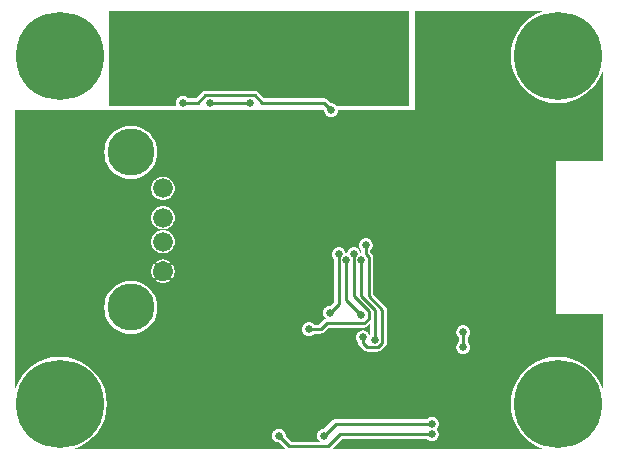
<source format=gbr>
G04 start of page 3 for group 1 idx 1 *
G04 Title: (unknown), bottom *
G04 Creator: pcb 20140316 *
G04 CreationDate: Sun 13 Sep 2020 05:48:37 PM GMT UTC *
G04 For: railfan *
G04 Format: Gerber/RS-274X *
G04 PCB-Dimensions (mil): 2000.00 1500.00 *
G04 PCB-Coordinate-Origin: lower left *
%MOIN*%
%FSLAX25Y25*%
%LNBOTTOM*%
%ADD39C,0.0360*%
%ADD38C,0.0910*%
%ADD37C,0.1285*%
%ADD36C,0.0120*%
%ADD35C,0.0260*%
%ADD34C,0.0660*%
%ADD33C,0.1570*%
%ADD32C,0.2937*%
%ADD31C,0.0100*%
%ADD30C,0.0001*%
G54D30*G36*
X133500Y148000D02*Y116500D01*
X109244D01*
X109131Y116631D01*
X108856Y116866D01*
X108547Y117056D01*
X108213Y117194D01*
X107861Y117279D01*
X107500Y117307D01*
X107328Y117294D01*
X106102Y118519D01*
X106064Y118564D01*
X105884Y118717D01*
X105683Y118841D01*
X105465Y118931D01*
X105235Y118986D01*
X105000Y119005D01*
X104941Y119000D01*
X85121D01*
X83102Y121019D01*
X83064Y121064D01*
X82884Y121217D01*
X82683Y121341D01*
X82465Y121431D01*
X82235Y121486D01*
X82235Y121486D01*
X82000Y121505D01*
X81941Y121500D01*
X65559D01*
X65500Y121505D01*
X65265Y121486D01*
X65035Y121431D01*
X64817Y121341D01*
X64616Y121217D01*
X64615Y121217D01*
X64436Y121064D01*
X64398Y121019D01*
X62379Y119000D01*
X59744D01*
X59631Y119131D01*
X59356Y119366D01*
X59047Y119556D01*
X58713Y119694D01*
X58361Y119779D01*
X58000Y119807D01*
X57639Y119779D01*
X57287Y119694D01*
X56953Y119556D01*
X56644Y119366D01*
X56369Y119131D01*
X56134Y118856D01*
X55944Y118547D01*
X55806Y118213D01*
X55721Y117861D01*
X55693Y117500D01*
X55721Y117139D01*
X55806Y116787D01*
X55925Y116500D01*
X33500D01*
Y148000D01*
X133500D01*
G37*
G36*
X135500D02*X178295D01*
X178138Y147962D01*
X175858Y147018D01*
X173753Y145728D01*
X171876Y144124D01*
X170272Y142247D01*
X168982Y140142D01*
X168038Y137862D01*
X167461Y135461D01*
X167268Y133000D01*
X167461Y130539D01*
X168038Y128138D01*
X168982Y125858D01*
X170272Y123753D01*
X171876Y121876D01*
X173753Y120272D01*
X175858Y118982D01*
X178138Y118038D01*
X180539Y117461D01*
X183000Y117268D01*
X185461Y117461D01*
X187862Y118038D01*
X190142Y118982D01*
X192247Y120272D01*
X194124Y121876D01*
X195728Y123753D01*
X197018Y125858D01*
X197962Y128138D01*
X198000Y128295D01*
Y109500D01*
X135500D01*
Y148000D01*
G37*
G36*
X151496Y115000D02*X198000D01*
Y98000D01*
X182500D01*
Y47000D01*
X198000D01*
Y21705D01*
X197962Y21862D01*
X197018Y24142D01*
X195728Y26247D01*
X194124Y28124D01*
X192247Y29728D01*
X190142Y31018D01*
X187862Y31962D01*
X185461Y32539D01*
X183000Y32732D01*
X180539Y32539D01*
X178138Y31962D01*
X175858Y31018D01*
X173753Y29728D01*
X171876Y28124D01*
X170272Y26247D01*
X168982Y24142D01*
X168038Y21862D01*
X167461Y19461D01*
X167268Y17000D01*
X167461Y14539D01*
X168038Y12138D01*
X168982Y9858D01*
X170272Y7753D01*
X171876Y5876D01*
X173753Y4272D01*
X175858Y2982D01*
X178138Y2038D01*
X178295Y2000D01*
X151496D01*
Y33693D01*
X151500Y33693D01*
X151861Y33721D01*
X152213Y33806D01*
X152547Y33944D01*
X152856Y34134D01*
X153131Y34369D01*
X153366Y34644D01*
X153556Y34953D01*
X153694Y35287D01*
X153779Y35639D01*
X153800Y36000D01*
X153779Y36361D01*
X153694Y36713D01*
X153556Y37047D01*
X153366Y37356D01*
X153131Y37631D01*
X153000Y37744D01*
Y39256D01*
X153131Y39369D01*
X153366Y39644D01*
X153556Y39953D01*
X153694Y40287D01*
X153779Y40639D01*
X153800Y41000D01*
X153779Y41361D01*
X153694Y41713D01*
X153556Y42047D01*
X153366Y42356D01*
X153131Y42631D01*
X152856Y42866D01*
X152547Y43056D01*
X152213Y43194D01*
X151861Y43279D01*
X151500Y43307D01*
X151496Y43307D01*
Y115000D01*
G37*
G36*
X139256Y12000D02*X111849D01*
Y42500D01*
X118441D01*
X118500Y42495D01*
X118735Y42514D01*
X118735Y42514D01*
X118965Y42569D01*
X119183Y42659D01*
X119384Y42783D01*
X119564Y42936D01*
X119602Y42981D01*
X120500Y43879D01*
Y40244D01*
X120369Y40131D01*
X120201Y39935D01*
X120194Y39963D01*
X120056Y40297D01*
X119866Y40606D01*
X119631Y40881D01*
X119356Y41116D01*
X119047Y41306D01*
X118713Y41444D01*
X118361Y41529D01*
X118000Y41557D01*
X117639Y41529D01*
X117287Y41444D01*
X116953Y41306D01*
X116644Y41116D01*
X116369Y40881D01*
X116134Y40606D01*
X115944Y40297D01*
X115806Y39963D01*
X115721Y39611D01*
X115693Y39250D01*
X115721Y38889D01*
X115806Y38537D01*
X115944Y38203D01*
X116134Y37894D01*
X116369Y37619D01*
X116496Y37510D01*
X116495Y37500D01*
X116514Y37265D01*
X116569Y37035D01*
X116659Y36817D01*
X116783Y36616D01*
X116936Y36436D01*
X116981Y36398D01*
X118398Y34981D01*
X118436Y34936D01*
X118616Y34783D01*
X118817Y34659D01*
X119035Y34569D01*
X119265Y34514D01*
X119500Y34495D01*
X119559Y34500D01*
X122941D01*
X123000Y34495D01*
X123235Y34514D01*
X123235Y34514D01*
X123465Y34569D01*
X123683Y34659D01*
X123884Y34783D01*
X124064Y34936D01*
X124102Y34981D01*
X125519Y36398D01*
X125564Y36436D01*
X125717Y36615D01*
X125717Y36616D01*
X125841Y36817D01*
X125931Y37035D01*
X125986Y37265D01*
X126005Y37500D01*
X126000Y37559D01*
Y48441D01*
X126005Y48500D01*
X125986Y48735D01*
X125986Y48735D01*
X125931Y48965D01*
X125841Y49183D01*
X125717Y49384D01*
X125564Y49564D01*
X125519Y49602D01*
X121500Y53621D01*
Y65941D01*
X121505Y66000D01*
X121486Y66235D01*
X121431Y66465D01*
X121341Y66683D01*
X121217Y66884D01*
X121064Y67064D01*
X121019Y67102D01*
X120500Y67621D01*
Y68256D01*
X120631Y68369D01*
X120866Y68644D01*
X121056Y68953D01*
X121194Y69287D01*
X121279Y69639D01*
X121300Y70000D01*
X121279Y70361D01*
X121194Y70713D01*
X121056Y71047D01*
X120866Y71356D01*
X120631Y71631D01*
X120356Y71866D01*
X120047Y72056D01*
X119713Y72194D01*
X119361Y72279D01*
X119000Y72307D01*
X118639Y72279D01*
X118287Y72194D01*
X117953Y72056D01*
X117644Y71866D01*
X117369Y71631D01*
X117134Y71356D01*
X116944Y71047D01*
X116806Y70713D01*
X116721Y70361D01*
X116693Y70000D01*
X116721Y69639D01*
X116806Y69287D01*
X116944Y68953D01*
X117134Y68644D01*
X117369Y68369D01*
X117500Y68256D01*
Y67307D01*
X117283Y67290D01*
X117279Y67361D01*
X117194Y67713D01*
X117056Y68047D01*
X116866Y68356D01*
X116631Y68631D01*
X116356Y68866D01*
X116047Y69056D01*
X115713Y69194D01*
X115361Y69279D01*
X115000Y69307D01*
X114639Y69279D01*
X114287Y69194D01*
X113953Y69056D01*
X113644Y68866D01*
X113369Y68631D01*
X113134Y68356D01*
X112944Y68047D01*
X112806Y67713D01*
X112721Y67361D01*
X112716Y67290D01*
X112500Y67307D01*
X112283Y67290D01*
X112279Y67361D01*
X112194Y67713D01*
X112056Y68047D01*
X111866Y68356D01*
X111849Y68377D01*
Y115000D01*
X151496D01*
Y43307D01*
X151139Y43279D01*
X150787Y43194D01*
X150453Y43056D01*
X150144Y42866D01*
X149869Y42631D01*
X149634Y42356D01*
X149444Y42047D01*
X149306Y41713D01*
X149221Y41361D01*
X149193Y41000D01*
X149221Y40639D01*
X149306Y40287D01*
X149444Y39953D01*
X149634Y39644D01*
X149869Y39369D01*
X150000Y39256D01*
Y37744D01*
X149869Y37631D01*
X149634Y37356D01*
X149444Y37047D01*
X149306Y36713D01*
X149221Y36361D01*
X149193Y36000D01*
X149221Y35639D01*
X149306Y35287D01*
X149444Y34953D01*
X149634Y34644D01*
X149869Y34369D01*
X150144Y34134D01*
X150453Y33944D01*
X150787Y33806D01*
X151139Y33721D01*
X151496Y33693D01*
Y2000D01*
X111849D01*
Y5500D01*
X139256D01*
X139369Y5369D01*
X139644Y5134D01*
X139953Y4944D01*
X140287Y4806D01*
X140639Y4721D01*
X141000Y4693D01*
X141361Y4721D01*
X141713Y4806D01*
X142047Y4944D01*
X142356Y5134D01*
X142631Y5369D01*
X142866Y5644D01*
X143056Y5953D01*
X143194Y6287D01*
X143279Y6639D01*
X143300Y7000D01*
X143279Y7361D01*
X143194Y7713D01*
X143056Y8047D01*
X142866Y8356D01*
X142631Y8631D01*
X142492Y8750D01*
X142631Y8869D01*
X142866Y9144D01*
X143056Y9453D01*
X143194Y9787D01*
X143279Y10139D01*
X143300Y10500D01*
X143279Y10861D01*
X143194Y11213D01*
X143056Y11547D01*
X142866Y11856D01*
X142631Y12131D01*
X142356Y12366D01*
X142047Y12556D01*
X141713Y12694D01*
X141361Y12779D01*
X141000Y12807D01*
X140639Y12779D01*
X140287Y12694D01*
X139953Y12556D01*
X139644Y12366D01*
X139369Y12131D01*
X139256Y12000D01*
G37*
G36*
X111849Y2000D02*X107621D01*
X111121Y5500D01*
X111849D01*
Y2000D01*
G37*
G36*
X54666Y61749D02*X54687Y61591D01*
X54700Y61300D01*
X54687Y61009D01*
X54666Y60851D01*
Y61749D01*
G37*
G36*
X111849Y12000D02*X109059D01*
X109000Y12005D01*
X108765Y11986D01*
X108535Y11931D01*
X108317Y11841D01*
X108116Y11717D01*
X108115Y11717D01*
X107936Y11564D01*
X107898Y11519D01*
X105172Y8794D01*
X105000Y8807D01*
X104639Y8779D01*
X104287Y8694D01*
X103953Y8556D01*
X103644Y8366D01*
X103369Y8131D01*
X103134Y7856D01*
X102944Y7547D01*
X102806Y7213D01*
X102721Y6861D01*
X102693Y6500D01*
X102721Y6139D01*
X102806Y5787D01*
X102944Y5453D01*
X103134Y5144D01*
X103369Y4869D01*
X103644Y4634D01*
X103862Y4500D01*
X94121D01*
X92290Y6331D01*
X92300Y6500D01*
X92279Y6861D01*
X92194Y7213D01*
X92056Y7547D01*
X91866Y7856D01*
X91631Y8131D01*
X91356Y8366D01*
X91047Y8556D01*
X90713Y8694D01*
X90361Y8779D01*
X90000Y8807D01*
X89639Y8779D01*
X89287Y8694D01*
X88953Y8556D01*
X88644Y8366D01*
X88369Y8131D01*
X88134Y7856D01*
X87944Y7547D01*
X87806Y7213D01*
X87721Y6861D01*
X87693Y6500D01*
X87721Y6139D01*
X87806Y5787D01*
X87944Y5453D01*
X88134Y5144D01*
X88369Y4869D01*
X88644Y4634D01*
X88953Y4444D01*
X89287Y4306D01*
X89639Y4221D01*
X90000Y4193D01*
X90172Y4206D01*
X92379Y2000D01*
X54666D01*
Y59172D01*
X54768Y59325D01*
X54929Y59630D01*
X55062Y59948D01*
X55167Y60277D01*
X55243Y60613D01*
X55289Y60955D01*
X55304Y61300D01*
X55289Y61645D01*
X55243Y61987D01*
X55167Y62323D01*
X55062Y62652D01*
X54929Y62970D01*
X54768Y63275D01*
X54666Y63431D01*
Y68966D01*
X54886Y69324D01*
X55121Y69891D01*
X55264Y70488D01*
X55300Y71100D01*
X55264Y71712D01*
X55121Y72309D01*
X54886Y72876D01*
X54666Y73234D01*
Y76966D01*
X54886Y77324D01*
X55121Y77891D01*
X55264Y78488D01*
X55300Y79100D01*
X55264Y79712D01*
X55121Y80309D01*
X54886Y80876D01*
X54666Y81234D01*
Y86766D01*
X54886Y87124D01*
X55121Y87691D01*
X55264Y88288D01*
X55300Y88900D01*
X55264Y89512D01*
X55121Y90109D01*
X54886Y90676D01*
X54666Y91034D01*
Y115000D01*
X105193D01*
X105221Y114639D01*
X105306Y114287D01*
X105444Y113953D01*
X105634Y113644D01*
X105869Y113369D01*
X106144Y113134D01*
X106453Y112944D01*
X106787Y112806D01*
X107139Y112721D01*
X107500Y112693D01*
X107861Y112721D01*
X108213Y112806D01*
X108547Y112944D01*
X108856Y113134D01*
X109131Y113369D01*
X109366Y113644D01*
X109556Y113953D01*
X109694Y114287D01*
X109779Y114639D01*
X109800Y115000D01*
X111849D01*
Y68377D01*
X111631Y68631D01*
X111356Y68866D01*
X111047Y69056D01*
X110713Y69194D01*
X110361Y69279D01*
X110000Y69307D01*
X109639Y69279D01*
X109287Y69194D01*
X108953Y69056D01*
X108644Y68866D01*
X108369Y68631D01*
X108134Y68356D01*
X107944Y68047D01*
X107806Y67713D01*
X107721Y67361D01*
X107693Y67000D01*
X107721Y66639D01*
X107806Y66287D01*
X107944Y65953D01*
X108134Y65644D01*
X108369Y65369D01*
X108500Y65256D01*
Y51121D01*
X107172Y49794D01*
X107000Y49807D01*
X106639Y49779D01*
X106287Y49694D01*
X105953Y49556D01*
X105644Y49366D01*
X105369Y49131D01*
X105134Y48856D01*
X104944Y48547D01*
X104806Y48213D01*
X104721Y47861D01*
X104693Y47500D01*
X104721Y47139D01*
X104806Y46787D01*
X104944Y46453D01*
X105134Y46144D01*
X105369Y45869D01*
X105644Y45634D01*
X105871Y45494D01*
X105765Y45486D01*
X105535Y45431D01*
X105317Y45341D01*
X105116Y45217D01*
X105115Y45217D01*
X104936Y45064D01*
X104898Y45019D01*
X103379Y43500D01*
X101744D01*
X101631Y43631D01*
X101356Y43866D01*
X101047Y44056D01*
X100713Y44194D01*
X100361Y44279D01*
X100000Y44307D01*
X99639Y44279D01*
X99287Y44194D01*
X98953Y44056D01*
X98644Y43866D01*
X98369Y43631D01*
X98134Y43356D01*
X97944Y43047D01*
X97806Y42713D01*
X97721Y42361D01*
X97693Y42000D01*
X97721Y41639D01*
X97806Y41287D01*
X97944Y40953D01*
X98134Y40644D01*
X98369Y40369D01*
X98644Y40134D01*
X98953Y39944D01*
X99287Y39806D01*
X99639Y39721D01*
X100000Y39693D01*
X100361Y39721D01*
X100713Y39806D01*
X101047Y39944D01*
X101356Y40134D01*
X101631Y40369D01*
X101744Y40500D01*
X103941D01*
X104000Y40495D01*
X104235Y40514D01*
X104235Y40514D01*
X104465Y40569D01*
X104683Y40659D01*
X104884Y40783D01*
X105064Y40936D01*
X105102Y40981D01*
X106621Y42500D01*
X111849D01*
Y12000D01*
G37*
G36*
X54666Y91034D02*X54565Y91199D01*
X54166Y91666D01*
X53699Y92065D01*
X53176Y92386D01*
X52609Y92621D01*
X52012Y92764D01*
X51400Y92812D01*
X51394Y92812D01*
Y115000D01*
X54666D01*
Y91034D01*
G37*
G36*
Y81234D02*X54565Y81399D01*
X54166Y81866D01*
X53699Y82265D01*
X53176Y82586D01*
X52609Y82821D01*
X52012Y82964D01*
X51400Y83012D01*
X51394Y83012D01*
Y84988D01*
X51400Y84988D01*
X52012Y85036D01*
X52609Y85179D01*
X53176Y85414D01*
X53699Y85735D01*
X54166Y86134D01*
X54565Y86601D01*
X54666Y86766D01*
Y81234D01*
G37*
G36*
Y73234D02*X54565Y73399D01*
X54166Y73866D01*
X53699Y74265D01*
X53176Y74586D01*
X52609Y74821D01*
X52012Y74964D01*
X51400Y75012D01*
X51394Y75012D01*
Y75188D01*
X51400Y75188D01*
X52012Y75236D01*
X52609Y75379D01*
X53176Y75614D01*
X53699Y75935D01*
X54166Y76334D01*
X54565Y76801D01*
X54666Y76966D01*
Y73234D01*
G37*
G36*
Y2000D02*X51394D01*
Y57396D01*
X51400Y57396D01*
X51745Y57411D01*
X52087Y57457D01*
X52423Y57533D01*
X52752Y57638D01*
X53070Y57771D01*
X53375Y57932D01*
X53664Y58120D01*
X53701Y58150D01*
X53732Y58186D01*
X53758Y58227D01*
X53776Y58271D01*
X53788Y58317D01*
X53792Y58364D01*
X53789Y58412D01*
X53778Y58459D01*
X53760Y58503D01*
X53736Y58544D01*
X53705Y58580D01*
X53669Y58612D01*
X53629Y58637D01*
X53585Y58656D01*
X53538Y58667D01*
X53491Y58672D01*
X53443Y58668D01*
X53397Y58658D01*
X53353Y58640D01*
X53312Y58614D01*
X53069Y58453D01*
X52811Y58317D01*
X52543Y58204D01*
X52265Y58115D01*
X51980Y58051D01*
X51691Y58013D01*
X51400Y58000D01*
X51394Y58000D01*
Y64600D01*
X51400Y64600D01*
X51691Y64587D01*
X51980Y64549D01*
X52265Y64485D01*
X52543Y64396D01*
X52811Y64283D01*
X53069Y64147D01*
X53314Y63988D01*
X53354Y63963D01*
X53398Y63946D01*
X53444Y63935D01*
X53491Y63932D01*
X53538Y63936D01*
X53584Y63947D01*
X53627Y63966D01*
X53667Y63991D01*
X53703Y64022D01*
X53733Y64058D01*
X53757Y64099D01*
X53775Y64142D01*
X53786Y64188D01*
X53789Y64236D01*
X53785Y64283D01*
X53773Y64328D01*
X53755Y64372D01*
X53730Y64412D01*
X53699Y64447D01*
X53662Y64477D01*
X53375Y64668D01*
X53070Y64829D01*
X52752Y64962D01*
X52423Y65067D01*
X52087Y65143D01*
X51745Y65189D01*
X51400Y65204D01*
X51394Y65204D01*
Y67188D01*
X51400Y67188D01*
X52012Y67236D01*
X52609Y67379D01*
X53176Y67614D01*
X53699Y67935D01*
X54166Y68334D01*
X54565Y68801D01*
X54666Y68966D01*
Y63431D01*
X54580Y63564D01*
X54550Y63601D01*
X54514Y63632D01*
X54473Y63658D01*
X54429Y63676D01*
X54383Y63688D01*
X54336Y63692D01*
X54288Y63689D01*
X54241Y63678D01*
X54197Y63660D01*
X54156Y63636D01*
X54120Y63605D01*
X54088Y63569D01*
X54063Y63529D01*
X54044Y63485D01*
X54033Y63438D01*
X54028Y63391D01*
X54032Y63343D01*
X54042Y63297D01*
X54060Y63253D01*
X54086Y63212D01*
X54247Y62969D01*
X54383Y62711D01*
X54496Y62443D01*
X54585Y62165D01*
X54649Y61880D01*
X54666Y61749D01*
Y60851D01*
X54649Y60720D01*
X54585Y60435D01*
X54496Y60157D01*
X54383Y59889D01*
X54247Y59631D01*
X54088Y59386D01*
X54063Y59346D01*
X54046Y59302D01*
X54035Y59256D01*
X54032Y59209D01*
X54036Y59162D01*
X54047Y59116D01*
X54066Y59073D01*
X54091Y59033D01*
X54122Y58997D01*
X54158Y58967D01*
X54199Y58943D01*
X54242Y58925D01*
X54288Y58914D01*
X54335Y58911D01*
X54383Y58915D01*
X54428Y58927D01*
X54472Y58945D01*
X54512Y58970D01*
X54547Y59001D01*
X54577Y59038D01*
X54666Y59172D01*
Y2000D01*
G37*
G36*
X48134Y76966D02*X48235Y76801D01*
X48634Y76334D01*
X49101Y75935D01*
X49624Y75614D01*
X50191Y75379D01*
X50788Y75236D01*
X51394Y75188D01*
Y75012D01*
X50788Y74964D01*
X50191Y74821D01*
X49624Y74586D01*
X49101Y74265D01*
X48634Y73866D01*
X48235Y73399D01*
X48134Y73234D01*
Y76966D01*
G37*
G36*
Y86766D02*X48235Y86601D01*
X48634Y86134D01*
X49101Y85735D01*
X49624Y85414D01*
X50191Y85179D01*
X50788Y85036D01*
X51394Y84988D01*
Y83012D01*
X50788Y82964D01*
X50191Y82821D01*
X49624Y82586D01*
X49101Y82265D01*
X48634Y81866D01*
X48235Y81399D01*
X48134Y81234D01*
Y86766D01*
G37*
G36*
Y96093D02*X48610Y96870D01*
X49143Y98157D01*
X49468Y99511D01*
X49550Y100900D01*
X49468Y102289D01*
X49143Y103643D01*
X48610Y104930D01*
X48134Y105707D01*
Y115000D01*
X51394D01*
Y92812D01*
X50788Y92764D01*
X50191Y92621D01*
X49624Y92386D01*
X49101Y92065D01*
X48634Y91666D01*
X48235Y91199D01*
X48134Y91034D01*
Y96093D01*
G37*
G36*
X51394Y2000D02*X48134D01*
Y44393D01*
X48610Y45170D01*
X49143Y46457D01*
X49468Y47811D01*
X49550Y49200D01*
X49468Y50589D01*
X49143Y51943D01*
X48610Y53230D01*
X48134Y54007D01*
Y59169D01*
X48220Y59036D01*
X48250Y58999D01*
X48286Y58968D01*
X48327Y58942D01*
X48371Y58924D01*
X48417Y58912D01*
X48464Y58908D01*
X48512Y58911D01*
X48559Y58922D01*
X48603Y58940D01*
X48644Y58964D01*
X48680Y58995D01*
X48712Y59031D01*
X48737Y59071D01*
X48756Y59115D01*
X48767Y59162D01*
X48772Y59209D01*
X48768Y59257D01*
X48758Y59303D01*
X48740Y59347D01*
X48714Y59388D01*
X48553Y59631D01*
X48417Y59889D01*
X48304Y60157D01*
X48215Y60435D01*
X48151Y60720D01*
X48134Y60851D01*
Y61749D01*
X48151Y61880D01*
X48215Y62165D01*
X48304Y62443D01*
X48417Y62711D01*
X48553Y62969D01*
X48712Y63214D01*
X48737Y63254D01*
X48754Y63298D01*
X48765Y63344D01*
X48768Y63391D01*
X48764Y63438D01*
X48753Y63484D01*
X48734Y63527D01*
X48709Y63567D01*
X48678Y63603D01*
X48642Y63633D01*
X48601Y63657D01*
X48558Y63675D01*
X48512Y63686D01*
X48464Y63689D01*
X48417Y63685D01*
X48372Y63673D01*
X48328Y63655D01*
X48288Y63630D01*
X48253Y63599D01*
X48223Y63562D01*
X48134Y63428D01*
Y68966D01*
X48235Y68801D01*
X48634Y68334D01*
X49101Y67935D01*
X49624Y67614D01*
X50191Y67379D01*
X50788Y67236D01*
X51394Y67188D01*
Y65204D01*
X51055Y65189D01*
X50713Y65143D01*
X50377Y65067D01*
X50048Y64962D01*
X49730Y64829D01*
X49425Y64668D01*
X49136Y64480D01*
X49099Y64450D01*
X49068Y64414D01*
X49042Y64373D01*
X49024Y64329D01*
X49012Y64283D01*
X49008Y64236D01*
X49011Y64188D01*
X49022Y64141D01*
X49040Y64097D01*
X49064Y64056D01*
X49095Y64020D01*
X49131Y63988D01*
X49171Y63963D01*
X49215Y63944D01*
X49262Y63933D01*
X49309Y63928D01*
X49357Y63932D01*
X49403Y63942D01*
X49447Y63960D01*
X49488Y63986D01*
X49731Y64147D01*
X49989Y64283D01*
X50257Y64396D01*
X50535Y64485D01*
X50820Y64549D01*
X51109Y64587D01*
X51394Y64600D01*
Y58000D01*
X51109Y58013D01*
X50820Y58051D01*
X50535Y58115D01*
X50257Y58204D01*
X49989Y58317D01*
X49731Y58453D01*
X49486Y58612D01*
X49446Y58637D01*
X49402Y58654D01*
X49356Y58665D01*
X49309Y58668D01*
X49262Y58664D01*
X49216Y58653D01*
X49173Y58634D01*
X49133Y58609D01*
X49097Y58578D01*
X49067Y58542D01*
X49043Y58501D01*
X49025Y58458D01*
X49014Y58412D01*
X49011Y58365D01*
X49015Y58317D01*
X49027Y58272D01*
X49045Y58228D01*
X49070Y58188D01*
X49101Y58153D01*
X49138Y58123D01*
X49425Y57932D01*
X49730Y57771D01*
X50048Y57638D01*
X50377Y57533D01*
X50713Y57457D01*
X51055Y57411D01*
X51394Y57396D01*
Y2000D01*
G37*
G36*
X48134Y60851D02*X48113Y61009D01*
X48100Y61300D01*
X48113Y61591D01*
X48134Y61749D01*
Y60851D01*
G37*
G36*
Y105707D02*X47882Y106118D01*
X46977Y107177D01*
X45918Y108082D01*
X44730Y108810D01*
X43443Y109343D01*
X42089Y109668D01*
X40700Y109777D01*
X40686Y109776D01*
Y115000D01*
X48134D01*
Y105707D01*
G37*
G36*
Y54007D02*X47882Y54418D01*
X46977Y55477D01*
X45918Y56382D01*
X44730Y57110D01*
X43443Y57643D01*
X42089Y57968D01*
X40700Y58077D01*
X40686Y58076D01*
Y92024D01*
X40700Y92023D01*
X42089Y92132D01*
X43443Y92457D01*
X44730Y92990D01*
X45918Y93718D01*
X46977Y94623D01*
X47882Y95682D01*
X48134Y96093D01*
Y91034D01*
X47914Y90676D01*
X47679Y90109D01*
X47536Y89512D01*
X47488Y88900D01*
X47536Y88288D01*
X47679Y87691D01*
X47914Y87124D01*
X48134Y86766D01*
Y81234D01*
X47914Y80876D01*
X47679Y80309D01*
X47536Y79712D01*
X47488Y79100D01*
X47536Y78488D01*
X47679Y77891D01*
X47914Y77324D01*
X48134Y76966D01*
Y73234D01*
X47914Y72876D01*
X47679Y72309D01*
X47536Y71712D01*
X47488Y71100D01*
X47536Y70488D01*
X47679Y69891D01*
X47914Y69324D01*
X48134Y68966D01*
Y63428D01*
X48032Y63275D01*
X47871Y62970D01*
X47738Y62652D01*
X47633Y62323D01*
X47557Y61987D01*
X47511Y61645D01*
X47496Y61300D01*
X47511Y60955D01*
X47557Y60613D01*
X47633Y60277D01*
X47738Y59948D01*
X47871Y59630D01*
X48032Y59325D01*
X48134Y59169D01*
Y54007D01*
G37*
G36*
Y2000D02*X40686D01*
Y40324D01*
X40700Y40323D01*
X42089Y40432D01*
X43443Y40757D01*
X44730Y41290D01*
X45918Y42018D01*
X46977Y42923D01*
X47882Y43982D01*
X48134Y44393D01*
Y2000D01*
G37*
G36*
X40686D02*X21705D01*
X21862Y2038D01*
X24142Y2982D01*
X26247Y4272D01*
X28124Y5876D01*
X29728Y7753D01*
X31018Y9858D01*
X31962Y12138D01*
X32539Y14539D01*
X32684Y17000D01*
X32539Y19461D01*
X31962Y21862D01*
X31018Y24142D01*
X29728Y26247D01*
X28124Y28124D01*
X26247Y29728D01*
X24142Y31018D01*
X21862Y31962D01*
X19461Y32539D01*
X17000Y32732D01*
X14539Y32539D01*
X12138Y31962D01*
X9858Y31018D01*
X7753Y29728D01*
X5876Y28124D01*
X4272Y26247D01*
X2982Y24142D01*
X2038Y21862D01*
X2000Y21705D01*
Y115000D01*
X40686D01*
Y109776D01*
X39311Y109668D01*
X37957Y109343D01*
X36670Y108810D01*
X35482Y108082D01*
X34423Y107177D01*
X33518Y106118D01*
X32790Y104930D01*
X32257Y103643D01*
X31932Y102289D01*
X31823Y100900D01*
X31932Y99511D01*
X32257Y98157D01*
X32790Y96870D01*
X33518Y95682D01*
X34423Y94623D01*
X35482Y93718D01*
X36670Y92990D01*
X37957Y92457D01*
X39311Y92132D01*
X40686Y92024D01*
Y58076D01*
X39311Y57968D01*
X37957Y57643D01*
X36670Y57110D01*
X35482Y56382D01*
X34423Y55477D01*
X33518Y54418D01*
X32790Y53230D01*
X32257Y51943D01*
X31932Y50589D01*
X31823Y49200D01*
X31932Y47811D01*
X32257Y46457D01*
X32790Y45170D01*
X33518Y43982D01*
X34423Y42923D01*
X35482Y42018D01*
X36670Y41290D01*
X37957Y40757D01*
X39311Y40432D01*
X40686Y40324D01*
Y2000D01*
G37*
G54D31*X63000Y117500D02*X58000D01*
X110000Y50500D02*Y67000D01*
X112500Y65000D02*Y51750D01*
X115000Y67000D02*Y53000D01*
X117500Y65000D02*Y53000D01*
X120000Y66000D02*Y53000D01*
X67000Y117500D02*X80500D01*
X65500Y120000D02*X82000D01*
X84500Y117500D01*
X105000D01*
X107500Y115000D01*
X63000Y117500D02*X65500Y120000D01*
X119000Y70000D02*Y67000D01*
X120000Y66000D01*
X106500Y3000D02*X93500D01*
X90000Y6500D01*
X106500Y3000D02*X110500Y7000D01*
X141000D01*
X105000Y6500D02*X109000Y10500D01*
X141000D01*
X107000Y47500D02*X110000Y50500D01*
X120000Y48000D02*Y45500D01*
X122000Y48500D02*Y38500D01*
X112500Y51750D02*X117500Y46750D01*
X115000Y53000D02*X120000Y48000D01*
X122000Y48500D02*X117500Y53000D01*
X151500Y36000D02*Y41000D01*
X120000Y53000D02*X124500Y48500D01*
Y37500D01*
X123000Y36000D01*
X118000Y37500D02*X119500Y36000D01*
X123000D02*X119500D01*
X100000Y42000D02*X104000D01*
X106000Y44000D01*
X118500D01*
X120000Y45500D01*
X118000Y39250D02*Y37500D01*
G54D32*X17000Y17000D03*
G54D33*X40700Y49200D03*
G54D34*X51400Y71100D03*
Y61300D03*
G54D32*X183000Y133000D03*
Y17000D03*
X17000Y133000D03*
G54D33*X40700Y100900D03*
G54D34*X51400Y79100D03*
Y88900D03*
G54D35*X67000Y117500D03*
X58000D03*
X59000Y86000D03*
X71000D03*
X80500Y117500D03*
X84000Y112500D03*
X87500D03*
Y109000D03*
Y105500D03*
X84000Y109000D03*
Y105500D03*
X140000Y131000D03*
X151000D03*
X126000Y144000D03*
X122500D03*
X119000D03*
X110500D03*
X115500D03*
X112500Y137000D03*
Y140500D03*
Y133500D03*
X107500Y115000D03*
X126000Y130000D03*
X122500D03*
X119000D03*
X115500D03*
X110500D03*
X184146Y106500D03*
X139854D03*
X130012D03*
X52500Y53500D03*
X43500Y66500D03*
Y62000D03*
X39000Y66500D03*
Y62000D03*
X59000Y64000D03*
X193988Y43500D03*
X184146D03*
X130012D03*
X122000Y38500D03*
X118000Y39250D03*
X151500Y41000D03*
Y36000D03*
X71000Y64000D03*
X81500Y45500D03*
Y49500D03*
X105000Y6500D03*
X90000D03*
X77500Y11500D03*
X141000Y10500D03*
Y7000D03*
X74000Y26500D03*
Y30500D03*
X97500Y49000D03*
X106000Y51750D03*
X117500Y46750D03*
X100000Y42000D03*
X107000Y47500D03*
X117500Y65000D03*
X115000Y67000D03*
X112500Y65000D03*
X110000Y67000D03*
X119000Y70000D03*
G54D36*G54D37*G54D38*G54D39*G54D37*G54D38*G54D39*M02*

</source>
